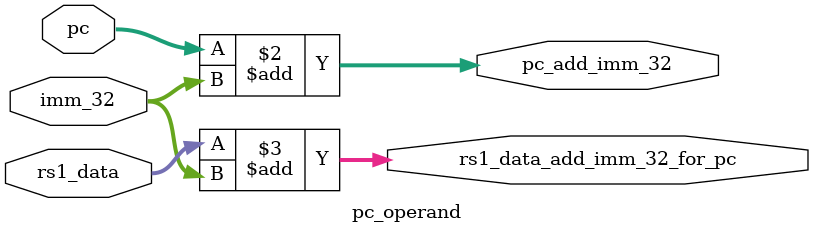
<source format=v>
module pc_operand(
    input [31: 0] pc, 
    input [31:0] imm_32, rs1_data,

    output reg [31: 0] pc_add_imm_32, 
    output reg [31:0] rs1_data_add_imm_32_for_pc
  );
  always @(*)
  begin
    pc_add_imm_32 <= pc + imm_32;
    rs1_data_add_imm_32_for_pc <= rs1_data + imm_32;
  end
endmodule

</source>
